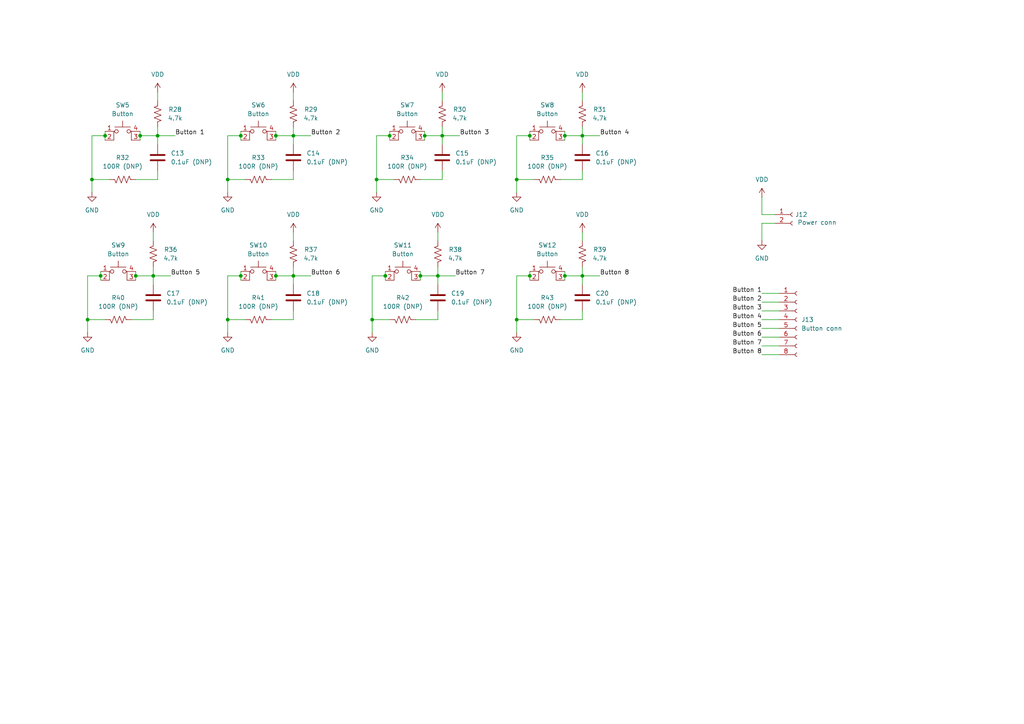
<source format=kicad_sch>
(kicad_sch (version 20231120) (generator "eeschema") (generator_version "8.0")
  (paper "A4")
  (lib_symbols
    (symbol "Connector:Conn_01x02_Socket" (pin_names (offset 1.016) hide)
      (property "Reference" "J" (at 0 2.54 0))
      (property "Value" "Conn_01x02_Socket" (at 0 -5.08 0))
      (symbol "Conn_01x02_Socket_1_1"
        (arc (start 0 -2.032) (mid -0.5058 -2.54) (end 0 -3.048) (stroke (width 0.1524)))
        (polyline (pts (xy -1.27 -2.54) (xy -0.508 -2.54)) (stroke (width 0.1524)))
        (polyline (pts (xy -1.27 0) (xy -0.508 0)) (stroke (width 0.1524)))
        (arc (start 0 0.508) (mid -0.5058 0) (end 0 -0.508) (stroke (width 0.1524)))
        (pin passive line (at -5.08 0 0) (length 3.81) (name "Pin_1") (number "1"))
        (pin passive line (at -5.08 -2.54 0) (length 3.81) (name "Pin_2") (number "2"))
      )
    )
    (symbol "Connector:Conn_01x08_Socket" (pin_names (offset 1.016) hide)
      (property "Reference" "J" (at 0 10.16 0))
      (property "Value" "Conn_01x08_Socket" (at 0 -12.7 0))
      (symbol "Conn_01x08_Socket_1_1"
        (arc (start 0 -9.652) (mid -0.5058 -10.16) (end 0 -10.668) (stroke (width 0.1524)))
        (arc (start 0 -7.112) (mid -0.5058 -7.62) (end 0 -8.128) (stroke (width 0.1524)))
        (arc (start 0 -4.572) (mid -0.5058 -5.08) (end 0 -5.588) (stroke (width 0.1524)))
        (arc (start 0 -2.032) (mid -0.5058 -2.54) (end 0 -3.048) (stroke (width 0.1524)))
        (polyline (pts (xy -1.27 -10.16) (xy -0.508 -10.16)) (stroke (width 0.1524)))
        (polyline (pts (xy -1.27 -7.62) (xy -0.508 -7.62)) (stroke (width 0.1524)))
        (polyline (pts (xy -1.27 -5.08) (xy -0.508 -5.08)) (stroke (width 0.1524)))
        (polyline (pts (xy -1.27 -2.54) (xy -0.508 -2.54)) (stroke (width 0.1524)))
        (polyline (pts (xy -1.27 0) (xy -0.508 0)) (stroke (width 0.1524)))
        (polyline (pts (xy -1.27 2.54) (xy -0.508 2.54)) (stroke (width 0.1524)))
        (polyline (pts (xy -1.27 5.08) (xy -0.508 5.08)) (stroke (width 0.1524)))
        (polyline (pts (xy -1.27 7.62) (xy -0.508 7.62)) (stroke (width 0.1524)))
        (arc (start 0 0.508) (mid -0.5058 0) (end 0 -0.508) (stroke (width 0.1524)))
        (arc (start 0 3.048) (mid -0.5058 2.54) (end 0 2.032) (stroke (width 0.1524)))
        (arc (start 0 5.588) (mid -0.5058 5.08) (end 0 4.572) (stroke (width 0.1524)))
        (arc (start 0 8.128) (mid -0.5058 7.62) (end 0 7.112) (stroke (width 0.1524)))
        (pin passive line (at -5.08 7.62 0) (length 3.81) (name "Pin_1") (number "1"))
        (pin passive line (at -5.08 5.08 0) (length 3.81) (name "Pin_2") (number "2"))
        (pin passive line (at -5.08 2.54 0) (length 3.81) (name "Pin_3") (number "3"))
        (pin passive line (at -5.08 0 0) (length 3.81) (name "Pin_4") (number "4"))
        (pin passive line (at -5.08 -2.54 0) (length 3.81) (name "Pin_5") (number "5"))
        (pin passive line (at -5.08 -5.08 0) (length 3.81) (name "Pin_6") (number "6"))
        (pin passive line (at -5.08 -7.62 0) (length 3.81) (name "Pin_7") (number "7"))
        (pin passive line (at -5.08 -10.16 0) (length 3.81) (name "Pin_8") (number "8"))
      )
    )
    (symbol "Device:C" (pin_numbers hide) (pin_names (offset 0.254))
      (property "Reference" "C" (at 0.635 2.54 0))
      (property "Value" "C" (at 0.635 -2.54 0))
      (symbol "C_0_1"
        (polyline (pts (xy -2.032 -0.762) (xy 2.032 -0.762)) (stroke (width 0.508)))
        (polyline (pts (xy -2.032 0.762) (xy 2.032 0.762)) (stroke (width 0.508)))
      )
      (symbol "C_1_1"
        (pin passive line (at 0 3.81 270) (length 2.794) (name "~") (number "1"))
        (pin passive line (at 0 -3.81 90) (length 2.794) (name "~") (number "2"))
      )
    )
    (symbol "Device:R_US" (pin_numbers hide) (pin_names (offset 0))
      (property "Reference" "R" (at 2.54 0 90))
      (property "Value" "R_US" (at -2.54 0 90))
      (symbol "R_US_0_1"
        (polyline (pts (xy 0 -2.286) (xy 0 -2.54)))
        (polyline (pts (xy 0 2.286) (xy 0 2.54)))
        (polyline (pts (xy 0 -0.762) (xy 1.016 -1.143) (xy 0 -1.524) (xy -1.016 -1.905) (xy 0 -2.286)))
        (polyline (pts (xy 0 0.762) (xy 1.016 0.381) (xy 0 0) (xy -1.016 -0.381) (xy 0 -0.762)))
        (polyline (pts (xy 0 2.286) (xy 1.016 1.905) (xy 0 1.524) (xy -1.016 1.143) (xy 0 0.762)))
      )
      (symbol "R_US_1_1"
        (pin passive line (at 0 3.81 270) (length 1.27) (name "~") (number "1"))
        (pin passive line (at 0 -3.81 90) (length 1.27) (name "~") (number "2"))
      )
    )
    (symbol "Switch:SW_MEC_5E" (pin_names (offset 1.016) hide)
      (property "Reference" "SW" (at 0.635 5.715 0))
      (property "Value" "SW_MEC_5E" (at 0 -3.175 0))
      (symbol "SW_MEC_5E_0_1"
        (circle (center -1.778 2.54) (radius 0.508))
        (polyline (pts (xy -2.286 3.81) (xy 2.286 3.81)))
        (polyline (pts (xy 0 3.81) (xy 0 5.588)))
        (polyline (pts (xy -2.54 0) (xy -2.54 2.54) (xy -2.286 2.54)))
        (polyline (pts (xy 2.54 0) (xy 2.54 2.54) (xy 2.286 2.54)))
        (circle (center 1.778 2.54) (radius 0.508))
        (pin passive line (at -5.08 2.54 0) (length 2.54) (name "1") (number "1"))
        (pin passive line (at -5.08 0 0) (length 2.54) (name "2") (number "2"))
        (pin passive line (at 5.08 0 180) (length 2.54) (name "K") (number "3"))
        (pin passive line (at 5.08 2.54 180) (length 2.54) (name "A") (number "4"))
      )
    )
    (symbol "power:GND" (power) (pin_numbers hide) (pin_names (offset 0) hide)
      (property "Value" "GND" (at 0 -3.81 0))
      (symbol "GND_0_1"
        (polyline (pts (xy 0 0) (xy 0 -1.27) (xy 1.27 -1.27) (xy 0 -2.54) (xy -1.27 -1.27) (xy 0 -1.27)))
      )
      (symbol "GND_1_1"
        (pin power_in line (at 0 0 270) (length 0) (name "~") (number "1"))
      )
    )
    (symbol "power:VDD" (power) (pin_numbers hide) (pin_names (offset 0) hide)
      (property "Value" "VDD" (at 0 3.556 0))
      (symbol "VDD_0_1"
        (polyline (pts (xy -0.762 1.27) (xy 0 2.54)))
        (polyline (pts (xy 0 0) (xy 0 2.54)))
        (polyline (pts (xy 0 2.54) (xy 0.762 1.27)))
      )
      (symbol "VDD_1_1"
        (pin power_in line (at 0 0 90) (length 0) (name "~") (number "1"))
      )
    )
  )
  (junction (at 149.86 92.71))
  (junction (at 123.19 39.37))
  (junction (at 80.01 39.37))
  (junction (at 66.04 92.71))
  (junction (at 113.03 39.37))
  (junction (at 30.48 39.37))
  (junction (at 39.37 80.01))
  (junction (at 128.27 39.37))
  (junction (at 121.92 80.01))
  (junction (at 26.67 52.07))
  (junction (at 85.09 80.01))
  (junction (at 153.67 80.01))
  (junction (at 25.4 92.71))
  (junction (at 109.22 52.07))
  (junction (at 168.91 39.37))
  (junction (at 69.85 39.37))
  (junction (at 168.91 80.01))
  (junction (at 85.09 39.37))
  (junction (at 80.01 80.01))
  (junction (at 66.04 52.07))
  (junction (at 69.85 80.01))
  (junction (at 40.64 39.37))
  (junction (at 127 80.01))
  (junction (at 153.67 39.37))
  (junction (at 107.95 92.71))
  (junction (at 149.86 52.07))
  (junction (at 44.45 80.01))
  (junction (at 163.83 80.01))
  (junction (at 45.72 39.37))
  (junction (at 29.21 80.01))
  (junction (at 163.83 39.37))
  (junction (at 111.76 80.01))
  (wire (pts (xy 153.67 39.37) (xy 153.67 40.64)))
  (wire (pts (xy 162.56 52.07) (xy 168.91 52.07)))
  (wire (pts (xy 220.98 85.09) (xy 226.06 85.09)))
  (wire (pts (xy 168.91 49.53) (xy 168.91 52.07)))
  (wire (pts (xy 25.4 80.01) (xy 29.21 80.01)))
  (wire (pts (xy 78.74 52.07) (xy 85.09 52.07)))
  (wire (pts (xy 26.67 52.07) (xy 31.75 52.07)))
  (wire (pts (xy 163.83 78.74) (xy 163.83 80.01)))
  (wire (pts (xy 121.92 52.07) (xy 128.27 52.07)))
  (wire (pts (xy 45.72 39.37) (xy 45.72 41.91)))
  (wire (pts (xy 168.91 67.31) (xy 168.91 69.85)))
  (wire (pts (xy 149.86 92.71) (xy 149.86 96.52)))
  (wire (pts (xy 127 80.01) (xy 127 82.55)))
  (wire (pts (xy 220.98 102.87) (xy 226.06 102.87)))
  (wire (pts (xy 149.86 80.01) (xy 153.67 80.01)))
  (wire (pts (xy 44.45 67.31) (xy 44.45 69.85)))
  (wire (pts (xy 26.67 39.37) (xy 26.67 52.07)))
  (wire (pts (xy 85.09 80.01) (xy 90.17 80.01)))
  (wire (pts (xy 121.92 78.74) (xy 121.92 80.01)))
  (wire (pts (xy 69.85 39.37) (xy 69.85 40.64)))
  (wire (pts (xy 66.04 92.71) (xy 71.12 92.71)))
  (wire (pts (xy 149.86 52.07) (xy 154.94 52.07)))
  (wire (pts (xy 85.09 39.37) (xy 90.17 39.37)))
  (wire (pts (xy 66.04 52.07) (xy 71.12 52.07)))
  (wire (pts (xy 85.09 90.17) (xy 85.09 92.71)))
  (wire (pts (xy 168.91 80.01) (xy 173.99 80.01)))
  (wire (pts (xy 163.83 39.37) (xy 163.83 40.64)))
  (wire (pts (xy 162.56 92.71) (xy 168.91 92.71)))
  (wire (pts (xy 40.64 38.1) (xy 40.64 39.37)))
  (wire (pts (xy 85.09 80.01) (xy 85.09 82.55)))
  (wire (pts (xy 168.91 80.01) (xy 168.91 82.55)))
  (wire (pts (xy 80.01 39.37) (xy 85.09 39.37)))
  (wire (pts (xy 107.95 92.71) (xy 107.95 96.52)))
  (wire (pts (xy 128.27 39.37) (xy 128.27 41.91)))
  (wire (pts (xy 29.21 80.01) (xy 29.21 81.28)))
  (wire (pts (xy 220.98 57.15) (xy 220.98 62.23)))
  (wire (pts (xy 123.19 38.1) (xy 123.19 39.37)))
  (wire (pts (xy 127 90.17) (xy 127 92.71)))
  (wire (pts (xy 120.65 92.71) (xy 127 92.71)))
  (wire (pts (xy 128.27 36.83) (xy 128.27 39.37)))
  (wire (pts (xy 80.01 39.37) (xy 80.01 40.64)))
  (wire (pts (xy 45.72 26.67) (xy 45.72 29.21)))
  (wire (pts (xy 224.79 64.77) (xy 220.98 64.77)))
  (wire (pts (xy 45.72 39.37) (xy 50.8 39.37)))
  (wire (pts (xy 127 77.47) (xy 127 80.01)))
  (wire (pts (xy 66.04 39.37) (xy 66.04 52.07)))
  (wire (pts (xy 163.83 80.01) (xy 163.83 81.28)))
  (wire (pts (xy 80.01 78.74) (xy 80.01 80.01)))
  (wire (pts (xy 78.74 92.71) (xy 85.09 92.71)))
  (wire (pts (xy 66.04 80.01) (xy 69.85 80.01)))
  (wire (pts (xy 26.67 39.37) (xy 30.48 39.37)))
  (wire (pts (xy 109.22 39.37) (xy 113.03 39.37)))
  (wire (pts (xy 149.86 39.37) (xy 153.67 39.37)))
  (wire (pts (xy 85.09 36.83) (xy 85.09 39.37)))
  (wire (pts (xy 127 80.01) (xy 132.08 80.01)))
  (wire (pts (xy 109.22 52.07) (xy 114.3 52.07)))
  (wire (pts (xy 121.92 80.01) (xy 121.92 81.28)))
  (wire (pts (xy 123.19 39.37) (xy 128.27 39.37)))
  (wire (pts (xy 44.45 80.01) (xy 49.53 80.01)))
  (wire (pts (xy 80.01 80.01) (xy 80.01 81.28)))
  (wire (pts (xy 40.64 39.37) (xy 45.72 39.37)))
  (wire (pts (xy 220.98 97.79) (xy 226.06 97.79)))
  (wire (pts (xy 29.21 78.74) (xy 29.21 80.01)))
  (wire (pts (xy 109.22 52.07) (xy 109.22 55.88)))
  (wire (pts (xy 168.91 36.83) (xy 168.91 39.37)))
  (wire (pts (xy 44.45 77.47) (xy 44.45 80.01)))
  (wire (pts (xy 149.86 52.07) (xy 149.86 55.88)))
  (wire (pts (xy 66.04 92.71) (xy 66.04 96.52)))
  (wire (pts (xy 80.01 38.1) (xy 80.01 39.37)))
  (wire (pts (xy 66.04 52.07) (xy 66.04 55.88)))
  (wire (pts (xy 220.98 87.63) (xy 226.06 87.63)))
  (wire (pts (xy 85.09 49.53) (xy 85.09 52.07)))
  (wire (pts (xy 85.09 77.47) (xy 85.09 80.01)))
  (wire (pts (xy 85.09 67.31) (xy 85.09 69.85)))
  (wire (pts (xy 39.37 52.07) (xy 45.72 52.07)))
  (wire (pts (xy 111.76 80.01) (xy 111.76 81.28)))
  (wire (pts (xy 163.83 39.37) (xy 168.91 39.37)))
  (wire (pts (xy 66.04 80.01) (xy 66.04 92.71)))
  (wire (pts (xy 163.83 80.01) (xy 168.91 80.01)))
  (wire (pts (xy 220.98 64.77) (xy 220.98 69.85)))
  (wire (pts (xy 220.98 90.17) (xy 226.06 90.17)))
  (wire (pts (xy 69.85 38.1) (xy 69.85 39.37)))
  (wire (pts (xy 168.91 39.37) (xy 173.99 39.37)))
  (wire (pts (xy 149.86 92.71) (xy 154.94 92.71)))
  (wire (pts (xy 85.09 39.37) (xy 85.09 41.91)))
  (wire (pts (xy 69.85 78.74) (xy 69.85 80.01)))
  (wire (pts (xy 121.92 80.01) (xy 127 80.01)))
  (wire (pts (xy 111.76 78.74) (xy 111.76 80.01)))
  (wire (pts (xy 128.27 49.53) (xy 128.27 52.07)))
  (wire (pts (xy 80.01 80.01) (xy 85.09 80.01)))
  (wire (pts (xy 85.09 26.67) (xy 85.09 29.21)))
  (wire (pts (xy 128.27 39.37) (xy 133.35 39.37)))
  (wire (pts (xy 123.19 39.37) (xy 123.19 40.64)))
  (wire (pts (xy 39.37 80.01) (xy 39.37 81.28)))
  (wire (pts (xy 113.03 38.1) (xy 113.03 39.37)))
  (wire (pts (xy 168.91 39.37) (xy 168.91 41.91)))
  (wire (pts (xy 220.98 92.71) (xy 226.06 92.71)))
  (wire (pts (xy 168.91 77.47) (xy 168.91 80.01)))
  (wire (pts (xy 26.67 52.07) (xy 26.67 55.88)))
  (wire (pts (xy 25.4 92.71) (xy 25.4 96.52)))
  (wire (pts (xy 45.72 36.83) (xy 45.72 39.37)))
  (wire (pts (xy 39.37 78.74) (xy 39.37 80.01)))
  (wire (pts (xy 149.86 39.37) (xy 149.86 52.07)))
  (wire (pts (xy 163.83 38.1) (xy 163.83 39.37)))
  (wire (pts (xy 44.45 80.01) (xy 44.45 82.55)))
  (wire (pts (xy 220.98 95.25) (xy 226.06 95.25)))
  (wire (pts (xy 107.95 80.01) (xy 107.95 92.71)))
  (wire (pts (xy 66.04 39.37) (xy 69.85 39.37)))
  (wire (pts (xy 153.67 78.74) (xy 153.67 80.01)))
  (wire (pts (xy 107.95 92.71) (xy 113.03 92.71)))
  (wire (pts (xy 127 67.31) (xy 127 69.85)))
  (wire (pts (xy 44.45 90.17) (xy 44.45 92.71)))
  (wire (pts (xy 220.98 100.33) (xy 226.06 100.33)))
  (wire (pts (xy 109.22 39.37) (xy 109.22 52.07)))
  (wire (pts (xy 107.95 80.01) (xy 111.76 80.01)))
  (wire (pts (xy 25.4 92.71) (xy 30.48 92.71)))
  (wire (pts (xy 128.27 26.67) (xy 128.27 29.21)))
  (wire (pts (xy 220.98 62.23) (xy 224.79 62.23)))
  (wire (pts (xy 153.67 80.01) (xy 153.67 81.28)))
  (wire (pts (xy 30.48 39.37) (xy 30.48 40.64)))
  (wire (pts (xy 149.86 80.01) (xy 149.86 92.71)))
  (wire (pts (xy 25.4 80.01) (xy 25.4 92.71)))
  (wire (pts (xy 39.37 80.01) (xy 44.45 80.01)))
  (wire (pts (xy 40.64 39.37) (xy 40.64 40.64)))
  (wire (pts (xy 153.67 38.1) (xy 153.67 39.37)))
  (wire (pts (xy 38.1 92.71) (xy 44.45 92.71)))
  (wire (pts (xy 113.03 39.37) (xy 113.03 40.64)))
  (wire (pts (xy 168.91 26.67) (xy 168.91 29.21)))
  (wire (pts (xy 168.91 90.17) (xy 168.91 92.71)))
  (wire (pts (xy 45.72 49.53) (xy 45.72 52.07)))
  (wire (pts (xy 69.85 80.01) (xy 69.85 81.28)))
  (wire (pts (xy 30.48 38.1) (xy 30.48 39.37)))
  (label "Button 7" (at 132.08 80.01 0))
  (label "Button 2" (at 90.17 39.37 0))
  (label "Button 8" (at 220.98 102.87 180))
  (label "Button 8" (at 173.99 80.01 0))
  (label "Button 1" (at 50.8 39.37 0))
  (label "Button 4" (at 220.98 92.71 180))
  (label "Button 6" (at 90.17 80.01 0))
  (label "Button 7" (at 220.98 100.33 180))
  (label "Button 5" (at 220.98 95.25 180))
  (label "Button 4" (at 173.99 39.37 0))
  (label "Button 6" (at 220.98 97.79 180))
  (label "Button 1" (at 220.98 85.09 180))
  (label "Button 5" (at 49.53 80.01 0))
  (label "Button 3" (at 220.98 90.17 180))
  (label "Button 3" (at 133.35 39.37 0))
  (label "Button 2" (at 220.98 87.63 180))
  (symbol (lib_id "Device:R_US") (at 127 73.66 0) (mirror x) (unit 1)
    (property "Reference" "R38" (at 132.08 72.39 0))
    (property "Value" "4.7k" (at 132.08 74.93 0))
    (property "Footprint" "Resistor_SMD:R_0805_2012Metric_Pad1.20x1.40mm_HandSolder" (effects (hide yes)))
    (property "Description" "Resistor, US symbol" (effects (hide yes)))
  )
  (symbol (lib_id "power:GND") (at 66.04 96.52 0) (unit 1)
    (property "Reference" "#PWR059" (effects (hide yes)))
    (property "Value" "GND" (at 66.04 101.6 0))
    (property "Description" "Power symbol creates a global label with name \"GND\" , ground" (effects (hide yes)))
  )
  (symbol (lib_id "Device:R_US") (at 168.91 73.66 0) (mirror x) (unit 1)
    (property "Reference" "R39" (at 173.99 72.39 0))
    (property "Value" "4.7k" (at 173.99 74.93 0))
    (property "Footprint" "Resistor_SMD:R_0805_2012Metric_Pad1.20x1.40mm_HandSolder" (effects (hide yes)))
    (property "Description" "Resistor, US symbol" (effects (hide yes)))
  )
  (symbol (lib_id "Device:R_US") (at 128.27 33.02 0) (mirror x) (unit 1)
    (property "Reference" "R30" (at 133.35 31.75 0))
    (property "Value" "4.7k" (at 133.35 34.29 0))
    (property "Footprint" "Resistor_SMD:R_0805_2012Metric_Pad1.20x1.40mm_HandSolder" (effects (hide yes)))
    (property "Description" "Resistor, US symbol" (effects (hide yes)))
  )
  (symbol (lib_id "power:VDD") (at 127 67.31 0) (unit 1)
    (property "Reference" "#PWR055" (effects (hide yes)))
    (property "Value" "VDD" (at 127 62.23 0))
    (property "Description" "Power symbol creates a global label with name \"VDD\"" (effects (hide yes)))
  )
  (symbol (lib_id "Device:C") (at 128.27 45.72 0) (unit 1)
    (property "Reference" "C15" (at 132.08 44.4499 0) (effects (justify left)))
    (property "Value" "0.1uF (DNP)" (at 132.08 46.9899 0) (effects (justify left)))
    (property "Footprint" "Capacitor_SMD:C_0805_2012Metric_Pad1.18x1.45mm_HandSolder" (effects (hide yes)))
    (property "Description" "Unpolarized capacitor" (effects (hide yes)))
  )
  (symbol (lib_id "power:VDD") (at 44.45 67.31 0) (unit 1)
    (property "Reference" "#PWR053" (effects (hide yes)))
    (property "Value" "VDD" (at 44.45 62.23 0))
    (property "Description" "Power symbol creates a global label with name \"VDD\"" (effects (hide yes)))
  )
  (symbol (lib_id "Connector:Conn_01x08_Socket") (at 231.14 92.71 0) (unit 1)
    (property "Reference" "J13" (at 232.41 92.7099 0) (effects (justify left)))
    (property "Value" "Button conn" (at 232.41 95.2499 0) (effects (justify left)))
    (property "Footprint" "Connector_PinSocket_2.00mm:PinSocket_1x08_P2.00mm_Vertical" (effects (hide yes)))
    (property "Description" "Generic connector, single row, 01x08, script generated" (effects (hide yes)))
  )
  (symbol (lib_id "Switch:SW_MEC_5E") (at 118.11 40.64 0) (unit 1)
    (property "Reference" "SW7" (at 118.11 30.48 0))
    (property "Value" "Button" (at 118.11 33.02 0))
    (property "Footprint" "2048_footprints:SW_TL1105SPF160Q" (effects (hide yes)))
    (property "Datasheet" "http://www.apem.com/int/index.php?controller=attachment&id_attachment=1371" (effects (hide yes)))
    (property "Description" "MEC 5E single pole normally-open tactile switch" (effects (hide yes)))
  )
  (symbol (lib_id "Device:R_US") (at 85.09 33.02 0) (mirror x) (unit 1)
    (property "Reference" "R29" (at 90.17 31.75 0))
    (property "Value" "4.7k" (at 90.17 34.29 0))
    (property "Footprint" "Resistor_SMD:R_0805_2012Metric_Pad1.20x1.40mm_HandSolder" (effects (hide yes)))
    (property "Description" "Resistor, US symbol" (effects (hide yes)))
  )
  (symbol (lib_id "power:VDD") (at 45.72 26.67 0) (unit 1)
    (property "Reference" "#PWR044" (effects (hide yes)))
    (property "Value" "VDD" (at 45.72 21.59 0))
    (property "Description" "Power symbol creates a global label with name \"VDD\"" (effects (hide yes)))
  )
  (symbol (lib_id "Device:R_US") (at 85.09 73.66 0) (mirror x) (unit 1)
    (property "Reference" "R37" (at 90.17 72.39 0))
    (property "Value" "4.7k" (at 90.17 74.93 0))
    (property "Footprint" "Resistor_SMD:R_0805_2012Metric_Pad1.20x1.40mm_HandSolder" (effects (hide yes)))
    (property "Description" "Resistor, US symbol" (effects (hide yes)))
  )
  (symbol (lib_id "power:VDD") (at 85.09 26.67 0) (unit 1)
    (property "Reference" "#PWR045" (effects (hide yes)))
    (property "Value" "VDD" (at 85.09 21.59 0))
    (property "Description" "Power symbol creates a global label with name \"VDD\"" (effects (hide yes)))
  )
  (symbol (lib_id "Device:C") (at 168.91 86.36 0) (unit 1)
    (property "Reference" "C20" (at 172.72 85.0899 0) (effects (justify left)))
    (property "Value" "0.1uF (DNP)" (at 172.72 87.6299 0) (effects (justify left)))
    (property "Footprint" "Capacitor_SMD:C_0805_2012Metric_Pad1.18x1.45mm_HandSolder" (effects (hide yes)))
    (property "Description" "Unpolarized capacitor" (effects (hide yes)))
  )
  (symbol (lib_id "Device:R_US") (at 45.72 33.02 0) (mirror x) (unit 1)
    (property "Reference" "R28" (at 50.8 31.75 0))
    (property "Value" "4.7k" (at 50.8 34.29 0))
    (property "Footprint" "Resistor_SMD:R_0805_2012Metric_Pad1.20x1.40mm_HandSolder" (effects (hide yes)))
    (property "Description" "Resistor, US symbol" (effects (hide yes)))
  )
  (symbol (lib_id "Device:C") (at 168.91 45.72 0) (unit 1)
    (property "Reference" "C16" (at 172.72 44.4499 0) (effects (justify left)))
    (property "Value" "0.1uF (DNP)" (at 172.72 46.9899 0) (effects (justify left)))
    (property "Footprint" "Capacitor_SMD:C_0805_2012Metric_Pad1.18x1.45mm_HandSolder" (effects (hide yes)))
    (property "Description" "Unpolarized capacitor" (effects (hide yes)))
  )
  (symbol (lib_id "Device:R_US") (at 35.56 52.07 270) (mirror x) (unit 1)
    (property "Reference" "R32" (at 35.56 45.72 90))
    (property "Value" "100R (DNP)" (at 35.56 48.26 90))
    (property "Footprint" "Resistor_SMD:R_0805_2012Metric_Pad1.20x1.40mm_HandSolder" (effects (hide yes)))
    (property "Description" "Resistor, US symbol" (effects (hide yes)))
  )
  (symbol (lib_id "power:GND") (at 66.04 55.88 0) (unit 1)
    (property "Reference" "#PWR049" (effects (hide yes)))
    (property "Value" "GND" (at 66.04 60.96 0))
    (property "Description" "Power symbol creates a global label with name \"GND\" , ground" (effects (hide yes)))
  )
  (symbol (lib_id "Device:R_US") (at 34.29 92.71 270) (mirror x) (unit 1)
    (property "Reference" "R40" (at 34.29 86.36 90))
    (property "Value" "100R (DNP)" (at 34.29 88.9 90))
    (property "Footprint" "Resistor_SMD:R_0805_2012Metric_Pad1.20x1.40mm_HandSolder" (effects (hide yes)))
    (property "Description" "Resistor, US symbol" (effects (hide yes)))
  )
  (symbol (lib_id "Device:R_US") (at 74.93 92.71 270) (mirror x) (unit 1)
    (property "Reference" "R41" (at 74.93 86.36 90))
    (property "Value" "100R (DNP)" (at 74.93 88.9 90))
    (property "Footprint" "Resistor_SMD:R_0805_2012Metric_Pad1.20x1.40mm_HandSolder" (effects (hide yes)))
    (property "Description" "Resistor, US symbol" (effects (hide yes)))
  )
  (symbol (lib_id "Switch:SW_MEC_5E") (at 35.56 40.64 0) (unit 1)
    (property "Reference" "SW5" (at 35.56 30.48 0))
    (property "Value" "Button" (at 35.56 33.02 0))
    (property "Footprint" "2048_footprints:SW_TL1105SPF160Q" (effects (hide yes)))
    (property "Datasheet" "http://www.apem.com/int/index.php?controller=attachment&id_attachment=1371" (effects (hide yes)))
    (property "Description" "MEC 5E single pole normally-open tactile switch" (effects (hide yes)))
  )
  (symbol (lib_id "power:GND") (at 107.95 96.52 0) (unit 1)
    (property "Reference" "#PWR060" (effects (hide yes)))
    (property "Value" "GND" (at 107.95 101.6 0))
    (property "Description" "Power symbol creates a global label with name \"GND\" , ground" (effects (hide yes)))
  )
  (symbol (lib_id "power:GND") (at 149.86 55.88 0) (unit 1)
    (property "Reference" "#PWR051" (effects (hide yes)))
    (property "Value" "GND" (at 149.86 60.96 0))
    (property "Description" "Power symbol creates a global label with name \"GND\" , ground" (effects (hide yes)))
  )
  (symbol (lib_id "power:VDD") (at 220.98 57.15 0) (unit 1)
    (property "Reference" "#PWR052" (effects (hide yes)))
    (property "Value" "VDD" (at 220.98 52.07 0))
    (property "Description" "Power symbol creates a global label with name \"VDD\"" (effects (hide yes)))
  )
  (symbol (lib_id "power:GND") (at 109.22 55.88 0) (unit 1)
    (property "Reference" "#PWR050" (effects (hide yes)))
    (property "Value" "GND" (at 109.22 60.96 0))
    (property "Description" "Power symbol creates a global label with name \"GND\" , ground" (effects (hide yes)))
  )
  (symbol (lib_id "Device:R_US") (at 116.84 92.71 270) (mirror x) (unit 1)
    (property "Reference" "R42" (at 116.84 86.36 90))
    (property "Value" "100R (DNP)" (at 116.84 88.9 90))
    (property "Footprint" "Resistor_SMD:R_0805_2012Metric_Pad1.20x1.40mm_HandSolder" (effects (hide yes)))
    (property "Description" "Resistor, US symbol" (effects (hide yes)))
  )
  (symbol (lib_id "Switch:SW_MEC_5E") (at 116.84 81.28 0) (unit 1)
    (property "Reference" "SW11" (at 116.84 71.12 0))
    (property "Value" "Button" (at 116.84 73.66 0))
    (property "Footprint" "2048_footprints:SW_TL1105SPF160Q" (effects (hide yes)))
    (property "Datasheet" "http://www.apem.com/int/index.php?controller=attachment&id_attachment=1371" (effects (hide yes)))
    (property "Description" "MEC 5E single pole normally-open tactile switch" (effects (hide yes)))
  )
  (symbol (lib_id "Device:R_US") (at 168.91 33.02 0) (mirror x) (unit 1)
    (property "Reference" "R31" (at 173.99 31.75 0))
    (property "Value" "4.7k" (at 173.99 34.29 0))
    (property "Footprint" "Resistor_SMD:R_0805_2012Metric_Pad1.20x1.40mm_HandSolder" (effects (hide yes)))
    (property "Description" "Resistor, US symbol" (effects (hide yes)))
  )
  (symbol (lib_id "Device:C") (at 44.45 86.36 0) (unit 1)
    (property "Reference" "C17" (at 48.26 85.0899 0) (effects (justify left)))
    (property "Value" "0.1uF (DNP)" (at 48.26 87.6299 0) (effects (justify left)))
    (property "Footprint" "Capacitor_SMD:C_0805_2012Metric_Pad1.18x1.45mm_HandSolder" (effects (hide yes)))
    (property "Description" "Unpolarized capacitor" (effects (hide yes)))
  )
  (symbol (lib_id "Device:C") (at 45.72 45.72 0) (unit 1)
    (property "Reference" "C13" (at 49.53 44.4499 0) (effects (justify left)))
    (property "Value" "0.1uF (DNP)" (at 49.53 46.9899 0) (effects (justify left)))
    (property "Footprint" "Capacitor_SMD:C_0805_2012Metric_Pad1.18x1.45mm_HandSolder" (effects (hide yes)))
    (property "Description" "Unpolarized capacitor" (effects (hide yes)))
  )
  (symbol (lib_id "Switch:SW_MEC_5E") (at 74.93 40.64 0) (unit 1)
    (property "Reference" "SW6" (at 74.93 30.48 0))
    (property "Value" "Button" (at 74.93 33.02 0))
    (property "Footprint" "2048_footprints:SW_TL1105SPF160Q" (effects (hide yes)))
    (property "Datasheet" "http://www.apem.com/int/index.php?controller=attachment&id_attachment=1371" (effects (hide yes)))
    (property "Description" "MEC 5E single pole normally-open tactile switch" (effects (hide yes)))
  )
  (symbol (lib_id "Switch:SW_MEC_5E") (at 158.75 40.64 0) (unit 1)
    (property "Reference" "SW8" (at 158.75 30.48 0))
    (property "Value" "Button" (at 158.75 33.02 0))
    (property "Footprint" "2048_footprints:SW_TL1105SPF160Q" (effects (hide yes)))
    (property "Datasheet" "http://www.apem.com/int/index.php?controller=attachment&id_attachment=1371" (effects (hide yes)))
    (property "Description" "MEC 5E single pole normally-open tactile switch" (effects (hide yes)))
  )
  (symbol (lib_id "power:VDD") (at 128.27 26.67 0) (unit 1)
    (property "Reference" "#PWR046" (effects (hide yes)))
    (property "Value" "VDD" (at 128.27 21.59 0))
    (property "Description" "Power symbol creates a global label with name \"VDD\"" (effects (hide yes)))
  )
  (symbol (lib_id "Device:R_US") (at 158.75 52.07 270) (mirror x) (unit 1)
    (property "Reference" "R35" (at 158.75 45.72 90))
    (property "Value" "100R (DNP)" (at 158.75 48.26 90))
    (property "Footprint" "Resistor_SMD:R_0805_2012Metric_Pad1.20x1.40mm_HandSolder" (effects (hide yes)))
    (property "Description" "Resistor, US symbol" (effects (hide yes)))
  )
  (symbol (lib_id "power:GND") (at 220.98 69.85 0) (unit 1)
    (property "Reference" "#PWR057" (effects (hide yes)))
    (property "Value" "GND" (at 220.98 74.93 0))
    (property "Description" "Power symbol creates a global label with name \"GND\" , ground" (effects (hide yes)))
  )
  (symbol (lib_id "Switch:SW_MEC_5E") (at 158.75 81.28 0) (unit 1)
    (property "Reference" "SW12" (at 158.75 71.12 0))
    (property "Value" "Button" (at 158.75 73.66 0))
    (property "Footprint" "2048_footprints:SW_TL1105SPF160Q" (effects (hide yes)))
    (property "Datasheet" "http://www.apem.com/int/index.php?controller=attachment&id_attachment=1371" (effects (hide yes)))
    (property "Description" "MEC 5E single pole normally-open tactile switch" (effects (hide yes)))
  )
  (symbol (lib_id "Device:R_US") (at 158.75 92.71 270) (mirror x) (unit 1)
    (property "Reference" "R43" (at 158.75 86.36 90))
    (property "Value" "100R (DNP)" (at 158.75 88.9 90))
    (property "Footprint" "Resistor_SMD:R_0805_2012Metric_Pad1.20x1.40mm_HandSolder" (effects (hide yes)))
    (property "Description" "Resistor, US symbol" (effects (hide yes)))
  )
  (symbol (lib_id "power:GND") (at 149.86 96.52 0) (unit 1)
    (property "Reference" "#PWR061" (effects (hide yes)))
    (property "Value" "GND" (at 149.86 101.6 0))
    (property "Description" "Power symbol creates a global label with name \"GND\" , ground" (effects (hide yes)))
  )
  (symbol (lib_id "power:VDD") (at 168.91 26.67 0) (unit 1)
    (property "Reference" "#PWR047" (effects (hide yes)))
    (property "Value" "VDD" (at 168.91 21.59 0))
    (property "Description" "Power symbol creates a global label with name \"VDD\"" (effects (hide yes)))
  )
  (symbol (lib_id "Device:R_US") (at 44.45 73.66 0) (mirror x) (unit 1)
    (property "Reference" "R36" (at 49.53 72.39 0))
    (property "Value" "4.7k" (at 49.53 74.93 0))
    (property "Footprint" "Resistor_SMD:R_0805_2012Metric_Pad1.20x1.40mm_HandSolder" (effects (hide yes)))
    (property "Description" "Resistor, US symbol" (effects (hide yes)))
  )
  (symbol (lib_id "power:VDD") (at 168.91 67.31 0) (unit 1)
    (property "Reference" "#PWR056" (effects (hide yes)))
    (property "Value" "VDD" (at 168.91 62.23 0))
    (property "Description" "Power symbol creates a global label with name \"VDD\"" (effects (hide yes)))
  )
  (symbol (lib_id "Device:C") (at 85.09 86.36 0) (unit 1)
    (property "Reference" "C18" (at 88.9 85.0899 0) (effects (justify left)))
    (property "Value" "0.1uF (DNP)" (at 88.9 87.6299 0) (effects (justify left)))
    (property "Footprint" "Capacitor_SMD:C_0805_2012Metric_Pad1.18x1.45mm_HandSolder" (effects (hide yes)))
    (property "Description" "Unpolarized capacitor" (effects (hide yes)))
  )
  (symbol (lib_id "Device:C") (at 85.09 45.72 0) (unit 1)
    (property "Reference" "C14" (at 88.9 44.4499 0) (effects (justify left)))
    (property "Value" "0.1uF (DNP)" (at 88.9 46.9899 0) (effects (justify left)))
    (property "Footprint" "Capacitor_SMD:C_0805_2012Metric_Pad1.18x1.45mm_HandSolder" (effects (hide yes)))
    (property "Description" "Unpolarized capacitor" (effects (hide yes)))
  )
  (symbol (lib_id "power:GND") (at 26.67 55.88 0) (unit 1)
    (property "Reference" "#PWR048" (effects (hide yes)))
    (property "Value" "GND" (at 26.67 60.96 0))
    (property "Description" "Power symbol creates a global label with name \"GND\" , ground" (effects (hide yes)))
  )
  (symbol (lib_id "Switch:SW_MEC_5E") (at 34.29 81.28 0) (unit 1)
    (property "Reference" "SW9" (at 34.29 71.12 0))
    (property "Value" "Button" (at 34.29 73.66 0))
    (property "Footprint" "2048_footprints:SW_TL1105SPF160Q" (effects (hide yes)))
    (property "Datasheet" "http://www.apem.com/int/index.php?controller=attachment&id_attachment=1371" (effects (hide yes)))
    (property "Description" "MEC 5E single pole normally-open tactile switch" (effects (hide yes)))
  )
  (symbol (lib_id "Connector:Conn_01x02_Socket") (at 229.87 62.23 0) (unit 1)
    (property "Reference" "J12" (at 232.41 62.23 0))
    (property "Value" "Power conn" (at 236.982 64.516 0))
    (property "Footprint" "Connector_PinSocket_2.00mm:PinSocket_1x02_P2.00mm_Vertical" (effects (hide yes)))
    (property "Description" "Generic connector, single row, 01x02, script generated" (effects (hide yes)))
  )
  (symbol (lib_id "power:VDD") (at 85.09 67.31 0) (unit 1)
    (property "Reference" "#PWR054" (effects (hide yes)))
    (property "Value" "VDD" (at 85.09 62.23 0))
    (property "Description" "Power symbol creates a global label with name \"VDD\"" (effects (hide yes)))
  )
  (symbol (lib_id "Device:R_US") (at 74.93 52.07 270) (mirror x) (unit 1)
    (property "Reference" "R33" (at 74.93 45.72 90))
    (property "Value" "100R (DNP)" (at 74.93 48.26 90))
    (property "Footprint" "Resistor_SMD:R_0805_2012Metric_Pad1.20x1.40mm_HandSolder" (effects (hide yes)))
    (property "Description" "Resistor, US symbol" (effects (hide yes)))
  )
  (symbol (lib_id "Device:R_US") (at 118.11 52.07 270) (mirror x) (unit 1)
    (property "Reference" "R34" (at 118.11 45.72 90))
    (property "Value" "100R (DNP)" (at 118.11 48.26 90))
    (property "Footprint" "Resistor_SMD:R_0805_2012Metric_Pad1.20x1.40mm_HandSolder" (effects (hide yes)))
    (property "Description" "Resistor, US symbol" (effects (hide yes)))
  )
  (symbol (lib_id "power:GND") (at 25.4 96.52 0) (unit 1)
    (property "Reference" "#PWR058" (effects (hide yes)))
    (property "Value" "GND" (at 25.4 101.6 0))
    (property "Description" "Power symbol creates a global label with name \"GND\" , ground" (effects (hide yes)))
  )
  (symbol (lib_id "Switch:SW_MEC_5E") (at 74.93 81.28 0) (unit 1)
    (property "Reference" "SW10" (at 74.93 71.12 0))
    (property "Value" "Button" (at 74.93 73.66 0))
    (property "Footprint" "2048_footprints:SW_TL1105SPF160Q" (effects (hide yes)))
    (property "Datasheet" "http://www.apem.com/int/index.php?controller=attachment&id_attachment=1371" (effects (hide yes)))
    (property "Description" "MEC 5E single pole normally-open tactile switch" (effects (hide yes)))
  )
  (symbol (lib_id "Device:C") (at 127 86.36 0) (unit 1)
    (property "Reference" "C19" (at 130.81 85.0899 0) (effects (justify left)))
    (property "Value" "0.1uF (DNP)" (at 130.81 87.6299 0) (effects (justify left)))
    (property "Footprint" "Capacitor_SMD:C_0805_2012Metric_Pad1.18x1.45mm_HandSolder" (effects (hide yes)))
    (property "Description" "Unpolarized capacitor" (effects (hide yes)))
  )
)
</source>
